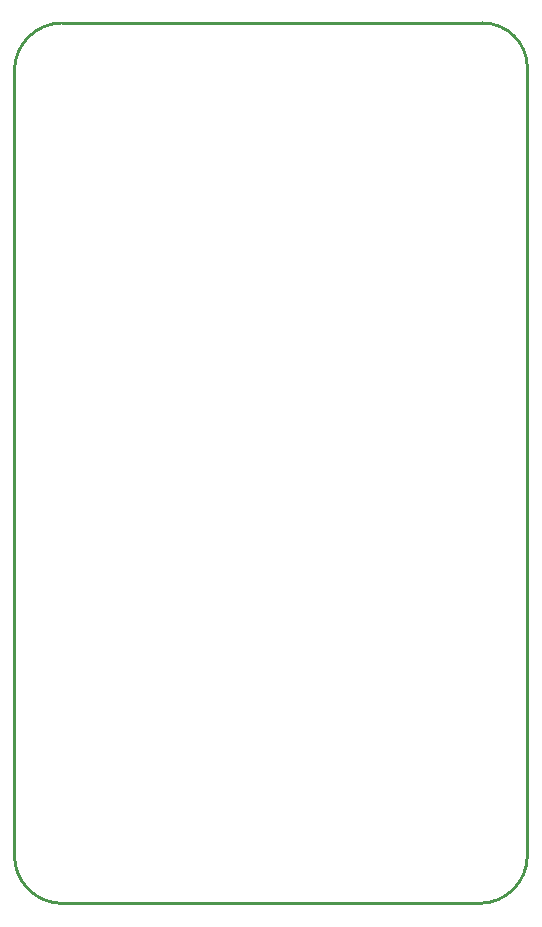
<source format=gbr>
G04 start of page 4 for group 6 idx 6 *
G04 Title: (unknown), outline *
G04 Creator: pcb 20110918 *
G04 CreationDate: Thu Aug 28 18:40:48 2014 UTC *
G04 For: fosse *
G04 Format: Gerber/RS-274X *
G04 PCB-Dimensions: 348000 372000 *
G04 PCB-Coordinate-Origin: lower left *
%MOIN*%
%FSLAX25Y25*%
%LNOUTLINE*%
%ADD35C,0.0100*%
G54D35*X14000Y87500D02*Y349000D01*
X30000Y365000D02*X170000D01*
X185000Y350000D02*Y87500D01*
X169000Y71500D02*X30000D01*
X14000Y349000D02*G75*G02X30000Y365000I16000J0D01*G01*
X170000D02*G75*G02X185000Y350000I0J-15000D01*G01*
Y87500D02*G75*G02X169000Y71500I-16000J0D01*G01*
X14000Y87500D02*G75*G03X30000Y71500I16000J0D01*G01*
M02*

</source>
